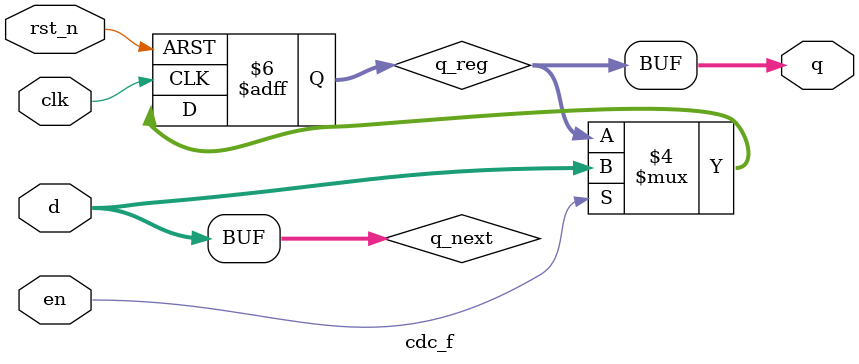
<source format=sv>
module cdc_f (
    input logic clk,
    input logic rst_n,
    input logic en,
    input logic [7:0] d,
    output logic [7:0] q
);

  logic [7:0] q_reg;
  logic [7:0] q_next;

  always_ff @(posedge clk or negedge rst_n) begin
    if (~rst_n) begin
      q_reg <= 8'b0;
    end else if (en) begin
      q_reg <= q_next;
    end
  end

  always_comb begin
    q_next = d;
  end

  assign q = q_reg;
endmodule
</source>
